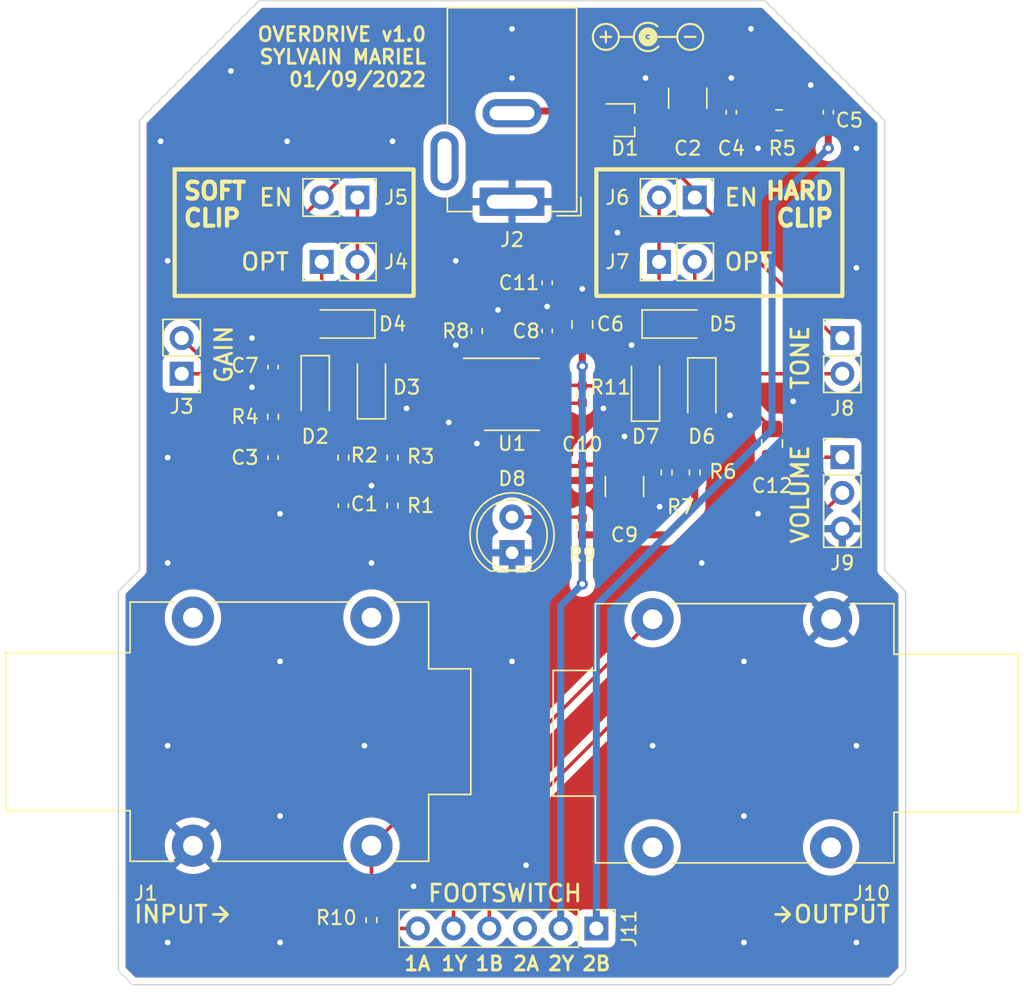
<source format=kicad_pcb>
(kicad_pcb (version 20211014) (generator pcbnew)
  (layers (0 "F.Cu" signal) (31 "B.Cu" signal) (34 "B.Paste" user) (35 "F.Paste" user) (36 "B.SilkS" user "B.Silkscreen") (37 "F.SilkS" user "F.Silkscreen") (38 "B.Mask" user) (39 "F.Mask" user) (44 "Edge.Cuts" user))
  (net 0 "")
  (net 1 "Net-(C1-Pad2)")
  (net 2 "/VCC_D")
  (net 3 "GNDREF")
  (net 4 "Net-(C3-Pad2)")
  (net 5 "VCC")
  (net 6 "Net-(C7-Pad1)")
  (net 7 "Net-(C7-Pad2)")
  (net 8 "VREF")
  (net 9 "Net-(C11-Pad1)")
  (net 10 "Net-(C12-Pad1)")
  (net 11 "Net-(C12-Pad2)")
  (net 13 "Net-(D2-Pad1)")
  (net 14 "Net-(D3-Pad2)")
  (net 15 "Net-(D5-Pad1)")
  (net 16 "Net-(D5-Pad2)")
  (net 17 "Net-(J6-Pad1)")
  (net 18 "Net-(R2-Pad2)")
  (net 19 "/VIN_JACK")
  (net 22 "/VOUT")
  (net 24 "/VOUT_JACK")
  (net 26 "/VOUT_BYPASS")
  (net 27 "/VCC_IN")
  (net 28 "Net-(D8-Pad2)")
  (net 29 "/VCC_SWITCH")
  (net 31 "Net-(U1-Pad6)")
  (footprint "Diode_SMD:D_SOD-123" (layer "F.Cu") (at 66 73 180)
    (fp_text reference "D4" (at -3.5 0) (layer "F.SilkS"))
    (fp_text value "1N4148W")
    (pad "1" smd rect (at -1.65 0 180) (size 0.9 1.2) (layers "F.Cu" "F.Paste" "F.Mask") (net 14 "Net-(D3-Pad2)"))
    (pad "2" smd rect (at 1.65 0 180) (size 0.9 1.2) (layers "F.Cu" "F.Paste" "F.Mask") (net 13 "Net-(D2-Pad1)"))
  )
  (footprint "Connector_PinHeader_2.54mm:PinHeader_1x02_P2.54mm_Vertical" (layer "F.Cu") (at 91 64 -90)
    (fp_text reference "J6" (at 0 5.5 180) (layer "F.SilkS"))
    (fp_text value "Conn_01x02")
    (pad "1" thru_hole rect (at 0 0 270) (size 1.7 1.7) (drill 1) (layers *.Cu *.Mask) (net 17 "Net-(J6-Pad1)"))
    (pad "2" thru_hole oval (at 0 2.54 270) (size 1.7 1.7) (drill 1) (layers *.Cu *.Mask) (net 15 "Net-(D5-Pad1)"))
  )
  (footprint "Resistor_SMD:R_0402_1005Metric_Pad0.72x0.64mm_HandSolder" (layer "F.Cu") (at 91 83.5625 90)
    (fp_text reference "R6" (at 0.0625 2) (layer "F.SilkS"))
    (fp_text value "10k")
    (pad "1" smd roundrect (at -0.5975 0 90) (size 0.715 0.64) (layers "F.Cu" "F.Paste" "F.Mask") (net 5 "VCC"))
    (pad "2" smd roundrect (at 0.5975 0 90) (size 0.715 0.64) (layers "F.Cu" "F.Paste" "F.Mask") (net 8 "VREF"))
  )
  (footprint "Connector_BarrelJack:BarrelJack_GCT_DCJ200-10-A_Horizontal" (layer "F.Cu") (at 78 64.3 180)
    (fp_text reference "J2" (at 0 -2.7) (layer "F.SilkS"))
    (fp_text value "Barrel_Jack_MountingPin" hide)
    (pad "1" thru_hole rect (at 0 0 180) (size 4.6 2) (drill oval 3.6 1) (layers *.Cu *.Mask) (net 3 "GNDREF"))
    (pad "2" thru_hole oval (at 0 6.3 180) (size 4.2 2) (drill oval 3.2 1) (layers *.Cu *.Mask) (net 27 "/VCC_IN"))
    (pad "3" thru_hole oval (at 4.8 2.9 180) (size 2 4.2) (drill oval 1 3.2) (layers *.Cu *.Mask))
  )
  (footprint "Capacitor_SMD:C_1210_3225Metric_Pad1.33x2.70mm_HandSolder" (layer "F.Cu") (at 90.5 56.9375 90)
    (fp_text reference "C2" (at -3.5625 0 180) (layer "F.SilkS"))
    (fp_text value "47uF")
    (pad "1" smd roundrect (at -1.5625 0 90) (size 1.325 2.7) (layers "F.Cu" "F.Paste" "F.Mask") (roundrect_rratio 0.1886792453) (net 2 "/VCC_D"))
    (pad "2" smd roundrect (at 1.5625 0 90) (size 1.325 2.7) (layers "F.Cu" "F.Paste" "F.Mask") (roundrect_rratio 0.1886792453) (net 3 "GNDREF"))
  )
  (footprint "Diode_SMD:D_SOD-123" (layer "F.Cu") (at 64 77.5 -90)
    (fp_text reference "D2" (at 3.5 0 -180) (layer "F.SilkS"))
    (fp_text value "1N4148W")
    (pad "1" smd rect (at -1.65 0 270) (size 0.9 1.2) (layers "F.Cu" "F.Paste" "F.Mask") (net 13 "Net-(D2-Pad1)"))
    (pad "2" smd rect (at 1.65 0 270) (size 0.9 1.2) (layers "F.Cu" "F.Paste" "F.Mask") (net 6 "Net-(C7-Pad1)"))
  )
  (footprint "Resistor_SMD:R_0402_1005Metric_Pad0.72x0.64mm_HandSolder" (layer "F.Cu") (at 69.5 85.92 -90)
    (fp_text reference "R1" (at 0 -2 180) (layer "F.SilkS"))
    (fp_text value "1Meg")
    (pad "1" smd roundrect (at -0.5975 0 270) (size 0.715 0.64) (layers "F.Cu" "F.Paste" "F.Mask") (net 3 "GNDREF"))
    (pad "2" smd roundrect (at 0.5975 0 270) (size 0.715 0.64) (layers "F.Cu" "F.Paste" "F.Mask") (net 19 "/VIN_JACK"))
  )
  (footprint "Resistor_SMD:R_0402_1005Metric_Pad0.72x0.64mm_HandSolder" (layer "F.Cu") (at 89 83.5625 -90)
    (fp_text reference "R7" (at 2.4375 -1 180) (layer "F.SilkS"))
    (fp_text value "10k")
    (pad "1" smd roundrect (at -0.5975 0 270) (size 0.715 0.64) (layers "F.Cu" "F.Paste" "F.Mask") (net 8 "VREF"))
    (pad "2" smd roundrect (at 0.5975 0 270) (size 0.715 0.64) (layers "F.Cu" "F.Paste" "F.Mask") (net 3 "GNDREF"))
  )
  (footprint "Resistor_SMD:R_0402_1005Metric_Pad0.72x0.64mm_HandSolder" (layer "F.Cu") (at 61 79.5975 90)
    (fp_text reference "R4" (at 0 -2 180) (layer "F.SilkS"))
    (fp_text value "1k")
    (pad "1" smd roundrect (at -0.5975 0 90) (size 0.715 0.64) (layers "F.Cu" "F.Paste" "F.Mask") (net 4 "Net-(C3-Pad2)"))
    (pad "2" smd roundrect (at 0.5975 0 90) (size 0.715 0.64) (layers "F.Cu" "F.Paste" "F.Mask") (net 6 "Net-(C7-Pad1)"))
  )
  (footprint "Connector_PinHeader_2.54mm:PinHeader_1x02_P2.54mm_Vertical" (layer "F.Cu") (at 67 64 -90)
    (fp_text reference "J5" (at 0 -2.75 180) (layer "F.SilkS"))
    (fp_text value "Conn_01x02")
    (pad "1" thru_hole rect (at 0 0 270) (size 1.7 1.7) (drill 1) (layers *.Cu *.Mask) (net 14 "Net-(D3-Pad2)"))
    (pad "2" thru_hole oval (at 0 2.54 270) (size 1.7 1.7) (drill 1) (layers *.Cu *.Mask) (net 7 "Net-(C7-Pad2)"))
  )
  (footprint "Connector_PinHeader_2.54mm:PinHeader_1x02_P2.54mm_Vertical" (layer "F.Cu") (at 54.5 76.54 180)
    (fp_text reference "J3" (at 0 -2.33) (layer "F.SilkS"))
    (fp_text value "Conn_01x02")
    (pad "1" thru_hole rect (at 0 0 180) (size 1.7 1.7) (drill 1) (layers *.Cu *.Mask) (net 6 "Net-(C7-Pad1)"))
    (pad "2" thru_hole oval (at 0 2.54 180) (size 1.7 1.7) (drill 1) (layers *.Cu *.Mask) (net 7 "Net-(C7-Pad2)"))
  )
  (footprint "Connector_Audio:Jack_6.35mm_Neutrik_NMJ4HFD2_Horizontal" (layer "F.Cu") (at 68 110.115 180)
    (fp_text reference "J1" (at 17 -3.385) (layer "F.SilkS") (effects (justify left)))
    (fp_text value "NMJ4HFD2")
    (pad "S" thru_hole circle (at 12.7 0 180) (size 3 3) (drill 1.4) (layers *.Cu *.Mask) (net 3 "GNDREF"))
    (pad "SN" thru_hole circle (at 12.7 16.23 180) (size 3 3) (drill 1.4) (layers *.Cu *.Mask))
    (pad "T" thru_hole circle (at 0 0 180) (size 3 3) (drill 1.4) (layers *.Cu *.Mask) (net 19 "/VIN_JACK"))
    (pad "TN" thru_hole circle (at 0 16.23 180) (size 3 3) (drill 1.4) (layers *.Cu *.Mask))
  )
  (footprint "Capacitor_SMD:C_0402_1005Metric_Pad0.74x0.62mm_HandSolder" (layer "F.Cu") (at 61 76.0675 90)
    (fp_text reference "C7" (at 0.115835 -2 180) (layer "F.SilkS"))
    (fp_text value "100pF")
    (pad "1" smd roundrect (at -0.5675 0 90) (size 0.735 0.62) (layers "F.Cu" "F.Paste" "F.Mask") (net 6 "Net-(C7-Pad1)"))
    (pad "2" smd roundrect (at 0.5675 0 90) (size 0.735 0.62) (layers "F.Cu" "F.Paste" "F.Mask") (net 7 "Net-(C7-Pad2)"))
  )
  (footprint "Connector_PinHeader_2.54mm:PinHeader_1x06_P2.54mm_Vertical" (layer "F.Cu") (at 84 116 -90)
    (fp_text reference "J11" (at 0 -2.33 90) (layer "F.SilkS"))
    (fp_text value "Conn_01x06")
    (pad "1" thru_hole rect (at 0 0 270) (size 1.7 1.7) (drill 1) (layers *.Cu *.Mask) (net 29 "/VCC_SWITCH"))
    (pad "2" thru_hole oval (at 0 2.54 270) (size 1.7 1.7) (drill 1) (layers *.Cu *.Mask) (net 5 "VCC"))
    (pad "3" thru_hole oval (at 0 5.08 270) (size 1.7 1.7) (drill 1) (layers *.Cu *.Mask))
    (pad "4" thru_hole oval (at 0 7.62 270) (size 1.7 1.7) (drill 1) (layers *.Cu *.Mask) (net 22 "/VOUT"))
    (pad "5" thru_hole oval (at 0 10.16 270) (size 1.7 1.7) (drill 1) (layers *.Cu *.Mask) (net 24 "/VOUT_JACK"))
    (pad "6" thru_hole oval (at 0 12.7 270) (size 1.7 1.7) (drill 1) (layers *.Cu *.Mask) (net 26 "/VOUT_BYPASS"))
  )
  (footprint "Capacitor_SMD:C_0402_1005Metric_Pad0.74x0.62mm_HandSolder" (layer "F.Cu") (at 66 85.92 90)
    (fp_text reference "C1" (at 0.115835 1.5 180) (layer "F.SilkS"))
    (fp_text value "100nF")
    (pad "1" smd roundrect (at -0.5675 0 90) (size 0.735 0.62) (layers "F.Cu" "F.Paste" "F.Mask") (net 19 "/VIN_JACK"))
    (pad "2" smd roundrect (at 0.5675 0 90) (size 0.735 0.62) (layers "F.Cu" "F.Paste" "F.Mask") (net 1 "Net-(C1-Pad2)"))
  )
  (footprint "Capacitor_SMD:C_0402_1005Metric_Pad0.74x0.62mm_HandSolder" (layer "F.Cu") (at 61 82.5 90)
    (fp_text reference "C3" (at 0 -2) (layer "F.SilkS"))
    (fp_text value "220nF")
    (pad "1" smd roundrect (at -0.5675 0 90) (size 0.735 0.62) (layers "F.Cu" "F.Paste" "F.Mask") (net 3 "GNDREF"))
    (pad "2" smd roundrect (at 0.5675 0 90) (size 0.735 0.62) (layers "F.Cu" "F.Paste" "F.Mask") (net 4 "Net-(C3-Pad2)"))
  )
  (footprint "Diode_SMD:D_SOD-123" (layer "F.Cu") (at 68 77.5 90)
    (fp_text reference "D3" (at 0 2.5 180) (layer "F.SilkS"))
    (fp_text value "1N4148W")
    (pad "1" smd rect (at -1.65 0 90) (size 0.9 1.2) (layers "F.Cu" "F.Paste" "F.Mask") (net 6 "Net-(C7-Pad1)"))
    (pad "2" smd rect (at 1.65 0 90) (size 0.9 1.2) (layers "F.Cu" "F.Paste" "F.Mask") (net 14 "Net-(D3-Pad2)"))
  )
  (footprint "Capacitor_SMD:C_0805_2012Metric_Pad1.18x1.45mm_HandSolder" (layer "F.Cu") (at 96.5 81.5 -90)
    (fp_text reference "C12" (at 3 0 180) (layer "F.SilkS"))
    (fp_text value "10uF")
    (pad "1" smd roundrect (at -1.0375 0 270) (size 1.175 1.45) (layers "F.Cu" "F.Paste" "F.Mask") (roundrect_rratio 0.2127659574) (net 10 "Net-(C12-Pad1)"))
    (pad "2" smd roundrect (at 1.0375 0 270) (size 1.175 1.45) (layers "F.Cu" "F.Paste" "F.Mask") (roundrect_rratio 0.2127659574) (net 11 "Net-(C12-Pad2)"))
  )
  (footprint "Resistor_SMD:R_0402_1005Metric_Pad0.72x0.64mm_HandSolder" (layer "F.Cu") (at 83 78 90)
    (fp_text reference "R11" (at 0.5 2 180) (layer "F.SilkS"))
    (fp_text value "0")
    (pad "1" smd roundrect (at -0.5975 0 90) (size 0.715 0.64) (layers "F.Cu" "F.Paste" "F.Mask") (net 31 "Net-(U1-Pad6)"))
    (pad "2" smd roundrect (at 0.5975 0 90) (size 0.715 0.64) (layers "F.Cu" "F.Paste" "F.Mask") (net 10 "Net-(C12-Pad1)"))
  )
  (footprint "Diode_SMD:D_SOD-123" (layer "F.Cu") (at 87.5 77.66 90)
    (fp_text reference "D7" (at -3.34 0 180) (layer "F.SilkS"))
    (fp_text value "1N4148W")
    (pad "1" smd rect (at -1.65 0 90) (size 0.9 1.2) (layers "F.Cu" "F.Paste" "F.Mask") (net 8 "VREF"))
    (pad "2" smd rect (at 1.65 0 90) (size 0.9 1.2) (layers "F.Cu" "F.Paste" "F.Mask") (net 15 "Net-(D5-Pad1)"))
  )
  (footprint "Resistor_SMD:R_0402_1005Metric_Pad0.72x0.64mm_HandSolder" (layer "F.Cu") (at 66 82.5 90)
    (fp_text reference "R2" (at 0.167621 1.5 180) (layer "F.SilkS"))
    (fp_text value "10k")
    (pad "1" smd roundrect (at -0.5975 0 90) (size 0.715 0.64) (layers "F.Cu" "F.Paste" "F.Mask") (net 1 "Net-(C1-Pad2)"))
    (pad "2" smd roundrect (at 0.5975 0 90) (size 0.715 0.64) (layers "F.Cu" "F.Paste" "F.Mask") (net 18 "Net-(R2-Pad2)"))
  )
  (footprint "Resistor_SMD:R_0805_2012Metric_Pad1.20x1.40mm_HandSolder" (layer "F.Cu") (at 97 58.5)
    (fp_text reference "R5" (at 0.227064 2) (layer "F.SilkS"))
    (fp_text value "0")
    (pad "1" smd roundrect (at -1 0) (size 1.2 1.4) (layers "F.Cu" "F.Paste" "F.Mask") (roundrect_rratio 0.2083333333) (net 2 "/VCC_D"))
    (pad "2" smd roundrect (at 1 0) (size 1.2 1.4) (layers "F.Cu" "F.Paste" "F.Mask") (roundrect_rratio 0.2083333333) (net 29 "/VCC_SWITCH"))
  )
  (footprint "Capacitor_SMD:C_0402_1005Metric_Pad0.74x0.62mm_HandSolder" (layer "F.Cu") (at 80.5 73.5 90)
    (fp_text reference "C8" (at 0 -1.5 180) (layer "F.SilkS"))
    (fp_text value "100nF")
    (pad "1" smd roundrect (at -0.5675 0 90) (size 0.735 0.62) (layers "F.Cu" "F.Paste" "F.Mask") (net 5 "VCC"))
    (pad "2" smd roundrect (at 0.5675 0 90) (size 0.735 0.62) (layers "F.Cu" "F.Paste" "F.Mask") (net 3 "GNDREF"))
  )
  (footprint "Resistor_SMD:R_0402_1005Metric_Pad0.72x0.64mm_HandSolder" (layer "F.Cu") (at 69.5 82.5 90)
    (fp_text reference "R3" (at 0.08 2 180) (layer "F.SilkS"))
    (fp_text value "1Meg")
    (pad "1" smd roundrect (at -0.5975 0 90) (size 0.715 0.64) (layers "F.Cu" "F.Paste" "F.Mask") (net 8 "VREF"))
    (pad "2" smd roundrect (at 0.5975 0 90) (size 0.715 0.64) (layers "F.Cu" "F.Paste" "F.Mask") (net 18 "Net-(R2-Pad2)"))
  )
  (footprint "Connector_PinHeader_2.54mm:PinHeader_1x03_P2.54mm_Vertical" (layer "F.Cu") (at 101.5 82.475)
    (fp_text reference "J9" (at 0 7.525) (layer "F.SilkS"))
    (fp_text value "Conn_01x03")
    (pad "1" thru_hole rect (at 0 0) (size 1.7 1.7) (drill 1) (layers *.Cu *.Mask) (net 11 "Net-(C12-Pad2)"))
    (pad "2" thru_hole oval (at 0 2.54) (size 1.7 1.7) (drill 1) (layers *.Cu *.Mask) (net 22 "/VOUT"))
    (pad "3" thru_hole oval (at 0 5.08) (size 1.7 1.7) (drill 1) (layers *.Cu *.Mask) (net 3 "GNDREF"))
  )
  (footprint "Package_SO:SOIC-8_3.9x4.9mm_P1.27mm" (layer "F.Cu") (at 78 78)
    (fp_text reference "U1" (at 0 3.5) (layer "F.SilkS"))
    (fp_text value "TL082")
    (pad "1" smd roundrect (at -2.475 -1.905) (size 1.95 0.6) (layers "F.Cu" "F.Paste" "F.Mask") (net 7 "Net-(C7-Pad2)"))
    (pad "2" smd roundrect (at -2.475 -0.635) (size 1.95 0.6) (layers "F.Cu" "F.Paste" "F.Mask") (net 6 "Net-(C7-Pad1)"))
    (pad "3" smd roundrect (at -2.475 0.635) (size 1.95 0.6) (layers "F.Cu" "F.Paste" "F.Mask") (net 18 "Net-(R2-Pad2)"))
    (pad "4" smd roundrect (at -2.475 1.905) (size 1.95 0.6) (layers "F.Cu" "F.Paste" "F.Mask") (net 3 "GNDREF"))
    (pad "5" smd roundrect (at 2.475 1.905) (size 1.95 0.6) (layers "F.Cu" "F.Paste" "F.Mask") (net 9 "Net-(C11-Pad1)"))
    (pad "6" smd roundrect (at 2.475 0.635) (size 1.95 0.6) (layers "F.Cu" "F.Paste" "F.Mask") (net 31 "Net-(U1-Pad6)"))
    (pad "7" smd roundrect (at 2.475 -0.635) (size 1.95 0.6) (layers "F.Cu" "F.Paste" "F.Mask") (net 10 "Net-(C12-Pad1)"))
    (pad "8" smd roundrect (at 2.475 -1.905) (size 1.95 0.6) (layers "F.Cu" "F.Paste" "F.Mask") (net 5 "VCC"))
  )
  (footprint "Capacitor_SMD:C_0402_1005Metric_Pad0.74x0.62mm_HandSolder" (layer "F.Cu") (at 93.6 57.9325 90)
    (fp_text reference "C4" (at -2.5675 0 180) (layer "F.SilkS"))
    (fp_text value "100nF")
    (pad "1" smd roundrect (at -0.5675 0 90) (size 0.735 0.62) (layers "F.Cu" "F.Paste" "F.Mask") (net 2 "/VCC_D"))
    (pad "2" smd roundrect (at 0.5675 0 90) (size 0.735 0.62) (layers "F.Cu" "F.Paste" "F.Mask") (net 3 "GNDREF"))
  )
  (footprint "Connector_PinHeader_2.54mm:PinHeader_1x02_P2.54mm_Vertical" (layer "F.Cu") (at 88.46 68.58 90)
    (fp_text reference "J7" (at 0 -2.96 180) (layer "F.SilkS"))
    (fp_text value "Conn_01x02")
    (pad "1" thru_hole rect (at 0 0 90) (size 1.7 1.7) (drill 1) (layers *.Cu *.Mask) (net 15 "Net-(D5-Pad1)"))
    (pad "2" thru_hole oval (at 0 2.54 90) (size 1.7 1.7) (drill 1) (layers *.Cu *.Mask) (net 16 "Net-(D5-Pad2)"))
  )
  (footprint "Package_TO_SOT_SMD:SOT-323_SC-70" (layer "F.Cu") (at 86 58.5)
    (fp_text reference "D1" (at 0.025 2) (layer "F.SilkS"))
    (fp_text value "BAT54W")
    (pad "1" smd rect (at -1 -0.65 270) (size 0.45 0.7) (layers "F.Cu" "F.Paste" "F.Mask") (net 27 "/VCC_IN"))
    (pad "2" smd rect (at -1 0.65 270) (size 0.45 0.7) (layers "F.Cu" "F.Paste" "F.Mask"))
    (pad "3" smd rect (at 1 0 270) (size 0.45 0.7) (layers "F.Cu" "F.Paste" "F.Mask") (net 2 "/VCC_D"))
  )
  (footprint "Connector_Audio:Jack_6.35mm_Neutrik_NMJ4HFD2_Horizontal" (layer "F.Cu") (at 88 94)
    (fp_text reference "J10" (at 17 19.5) (layer "F.SilkS") (effects (justify right)))
    (fp_text value "NMJ4HFD2")
    (pad "S" thru_hole circle (at 12.7 0) (size 3 3) (drill 1.4) (layers *.Cu *.Mask) (net 3 "GNDREF"))
    (pad "SN" thru_hole circle (at 12.7 16.23) (size 3 3) (drill 1.4) (layers *.Cu *.Mask))
    (pad "T" thru_hole circle (at 0 0) (size 3 3) (drill 1.4) (layers *.Cu *.Mask) (net 24 "/VOUT_JACK"))
    (pad "TN" thru_hole circle (at 0 16.23) (size 3 3) (drill 1.4) (layers *.Cu *.Mask))
  )
  (footprint "Resistor_SMD:R_0402_1005Metric_Pad0.72x0.64mm_HandSolder" (layer "F.Cu") (at 75.5 73.5 90)
    (fp_text reference "R8" (at 0 -1.5 180) (layer "F.SilkS"))
    (fp_text value "10k")
    (pad "1" smd roundrect (at -0.5975 0 90) (size 0.715 0.64) (layers "F.Cu" "F.Paste" "F.Mask") (net 7 "Net-(C7-Pad2)"))
    (pad "2" smd roundrect (at 0.5975 0 90) (size 0.715 0.64) (layers "F.Cu" "F.Paste" "F.Mask") (net 17 "Net-(J6-Pad1)"))
  )
  (footprint "Diode_SMD:D_SOD-123" (layer "F.Cu") (at 91.5 77.66 -90)
    (fp_text reference "D6" (at 3.34 0 180) (layer "F.SilkS"))
    (fp_text value "1N4148W")
    (pad "1" smd rect (at -1.65 0 270) (size 0.9 1.2) (layers "F.Cu" "F.Paste" "F.Mask") (net 16 "Net-(D5-Pad2)"))
    (pad "2" smd rect (at 1.65 0 270) (size 0.9 1.2) (layers "F.Cu" "F.Paste" "F.Mask") (net 8 "VREF"))
  )
  (footprint "Diode_SMD:D_SOD-123" (layer "F.Cu") (at 89.5 73)
    (fp_text reference "D5" (at 3.5 0) (layer "F.SilkS"))
    (fp_text value "1N4148W")
    (pad "1" smd rect (at -1.65 0) (size 0.9 1.2) (layers "F.Cu" "F.Paste" "F.Mask") (net 15 "Net-(D5-Pad1)"))
    (pad "2" smd rect (at 1.65 0) (size 0.9 1.2) (layers "F.Cu" "F.Paste" "F.Mask") (net 16 "Net-(D5-Pad2)"))
  )
  (footprint "Connector_PinHeader_2.54mm:PinHeader_1x02_P2.54mm_Vertical" (layer "F.Cu") (at 101.5 74)
    (fp_text reference "J8" (at 0 5) (layer "F.SilkS"))
    (fp_text value "Conn_01x02")
    (pad "1" thru_hole rect (at 0 0) (size 1.7 1.7) (drill 1) (layers *.Cu *.Mask) (net 17 "Net-(J6-Pad1)"))
    (pad "2" thru_hole oval (at 0 2.54) (size 1.7 1.7) (drill 1) (layers *.Cu *.Mask) (net 9 "Net-(C11-Pad1)"))
  )
  (footprint "Resistor_SMD:R_0402_1005Metric_Pad0.72x0.64mm_HandSolder" (layer "F.Cu") (at 68 115.4025 -90)
    (fp_text reference "R10" (at -0.167621 2.5 180) (layer "F.SilkS"))
    (fp_text value "0")
    (pad "1" smd roundrect (at -0.5975 0 270) (size 0.715 0.64) (layers "F.Cu" "F.Paste" "F.Mask") (net 19 "/VIN_JACK"))
    (pad "2" smd roundrect (at 0.5975 0 270) (size 0.715 0.64) (layers "F.Cu" "F.Paste" "F.Mask") (net 26 "/VOUT_BYPASS"))
  )
  (footprint "Symbol:Symbol_Barrel_Polarity" (layer "F.Cu") (at 87.675 52.5)
    (fp_text reference "REF**" hide)
    (fp_text value "Symbol_Barrel_Polarity" hide)
  )
  (footprint "LED_THT:LED_D5.0mm" (layer "F.Cu") (at 78 89.275 90)
    (fp_text reference "D8" (at 5.275 0) (layer "F.SilkS"))
    (fp_text value "LED")
    (pad "1" thru_hole rect (at 0 0 90) (size 1.8 1.8) (drill 0.9) (layers *.Cu *.Mask) (net 3 "GNDREF"))
    (pad "2" thru_hole circle (at 2.54 0 90) (size 1.8 1.8) (drill 0.9) (layers *.Cu *.Mask) (net 28 "Net-(D8-Pad2)"))
  )
  (footprint "Capacitor_SMD:C_0402_1005Metric_Pad0.74x0.62mm_HandSolder" (layer "F.Cu") (at 80.5 70.0675 -90)
    (fp_text reference "C11" (at 0 2 180) (layer "F.SilkS"))
    (fp_text value "1nF")
    (pad "1" smd roundrect (at -0.5675 0 270) (size 0.735 0.62) (layers "F.Cu" "F.Paste" "F.Mask") (net 9 "Net-(C11-Pad1)"))
    (pad "2" smd roundrect (at 0.5675 0 270) (size 0.735 0.62) (layers "F.Cu" "F.Paste" "F.Mask") (net 3 "GNDREF"))
  )
  (footprint "Capacitor_SMD:C_1210_3225Metric_Pad1.33x2.70mm_HandSolder" (layer "F.Cu") (at 86 84.5625 -90)
    (fp_text reference "C9" (at 3.4375 0) (layer "F.SilkS"))
    (fp_text value "47uF")
    (pad "1" smd roundrect (at -1.5625 0 270) (size 1.325 2.7) (layers "F.Cu" "F.Paste" "F.Mask") (roundrect_rratio 0.1886792453) (net 8 "VREF"))
    (pad "2" smd roundrect (at 1.5625 0 270) (size 1.325 2.7) (layers "F.Cu" "F.Paste" "F.Mask") (roundrect_rratio 0.1886792453) (net 3 "GNDREF"))
  )
  (footprint "Capacitor_SMD:C_0805_2012Metric_Pad1.18x1.45mm_HandSolder" (layer "F.Cu") (at 83 73.0375 90)
    (fp_text reference "C6" (at 0.0375 2 180) (layer "F.SilkS"))
    (fp_text value "10uF")
    (pad "1" smd roundrect (at -1.0375 0 90) (size 1.175 1.45) (layers "F.Cu" "F.Paste" "F.Mask") (roundrect_rratio 0.2127659574) (net 5 "VCC"))
    (pad "2" smd roundrect (at 1.0375 0 90) (size 1.175 1.45) (layers "F.Cu" "F.Paste" "F.Mask") (roundrect_rratio 0.2127659574) (net 3 "GNDREF"))
  )
  (footprint "Capacitor_SMD:C_0402_1005Metric_Pad0.74x0.62mm_HandSolder" (layer "F.Cu") (at 100.5 57.9325 90)
    (fp_text reference "C5" (at -0.5675 1.5 180) (layer "F.SilkS"))
    (fp_text value "100nF")
    (pad "1" smd roundrect (at -0.5675 0 90) (size 0.735 0.62) (layers "F.Cu" "F.Paste" "F.Mask") (net 29 "/VCC_SWITCH"))
    (pad "2" smd roundrect (at 0.5675 0 90) (size 0.735 0.62) (layers "F.Cu" "F.Paste" "F.Mask") (net 3 "GNDREF"))
  )
  (footprint "Capacitor_SMD:C_0402_1005Metric_Pad0.74x0.62mm_HandSolder" (layer "F.Cu") (at 83 83.5625 -90)
    (fp_text reference "C10" (at -2 0 180) (layer "F.SilkS"))
    (fp_text value "100nF")
    (pad "1" smd roundrect (at -0.5675 0 270) (size 0.735 0.62) (layers "F.Cu" "F.Paste" "F.Mask") (net 8 "VREF"))
    (pad "2" smd roundrect (at 0.5675 0 270) (size 0.735 0.62) (layers "F.Cu" "F.Paste" "F.Mask") (net 3 "GNDREF"))
  )
  (footprint "Connector_PinHeader_2.54mm:PinHeader_1x02_P2.54mm_Vertical" (layer "F.Cu") (at 64.46 68.58 90)
    (fp_text reference "J4" (at 0 5.29) (layer "F.SilkS"))
    (fp_text value "Conn_01x02")
    (pad "1" thru_hole rect (at 0 0 90) (size 1.7 1.7) (drill 1) (layers *.Cu *.Mask) (net 13 "Net-(D2-Pad1)"))
    (pad "2" thru_hole oval (at 0 2.54 90) (size 1.7 1.7) (drill 1) (layers *.Cu *.Mask) (net 14 "Net-(D3-Pad2)"))
  )
  (footprint "Resistor_SMD:R_0402_1005Metric_Pad0.72x0.64mm_HandSolder" (layer "F.Cu") (at 83 87.4025 90)
    (fp_text reference "R9" (at -2 0 180) (layer "F.SilkS"))
    (fp_text value "5k")
    (pad "1" smd roundrect (at -0.5975 0 90) (size 0.715 0.64) (layers "F.Cu" "F.Paste" "F.Mask") (net 5 "VCC"))
    (pad "2" smd roundrect (at 0.5975 0 90) (size 0.715 0.64) (layers "F.Cu" "F.Paste" "F.Mask") (net 28 "Net-(D8-Pad2)"))
  )
  (gr_line (start 96.75 115) (end 97.75 115) (layer "F.SilkS") (width 0.2))
  (gr_line (start 57.25 115.5) (end 57.75 115) (layer "F.SilkS") (width 0.2))
  (gr_line (start 57.75 115) (end 57.25 114.5) (layer "F.SilkS") (width 0.15))
  (gr_line (start 97.75 115) (end 97.25 114.5) (layer "F.SilkS") (width 0.15))
  (gr_line (start 57.25 114.5) (end 57.75 115) (layer "F.SilkS") (width 0.2))
  (gr_rect (start 84 62) (end 101.5 71) (layer "F.SilkS") (width 0.3) (fill none))
  (gr_line (start 56.75 115) (end 57.75 115) (layer "F.SilkS") (width 0.2))
  (gr_line (start 97.25 114.5) (end 97.75 115) (layer "F.SilkS") (width 0.2))
  (gr_rect (start 54 62) (end 71 71) (layer "F.SilkS") (width 0.3) (fill none))
  (gr_line (start 97.25 115.5) (end 97.75 115) (layer "F.SilkS") (width 0.2))
  (gr_poly (pts (xy 104.5 58.5) (xy 104.5 70.5) (xy 104.5 72) (xy 104.5 90.5) (xy 106 92) (xy 106 119) (xy 105 120) (xy 104.5 120) (xy 51 120) (xy 50 119) (xy 50 92) (xy 51.5 90.5) (xy 51.5 72) (xy 51.5 70.5) (xy 51.5 58.5) (xy 60 50) (xy 96 50)) (layer "Edge.Cuts") (width 0.1) (fill none))
  (gr_text "OPT" (at 93 68.58) (layer "F.SilkS") (effects (font (size 1.2 1.2) (thickness 0.2)) (justify left)))
  (gr_text "2A" (at 79 118.5) (layer "F.SilkS") (effects (font (size 1 1) (thickness 0.2))))
  (gr_text "EN" (at 62.5 64) (layer "F.SilkS") (effects (font (size 1.2 1.2) (thickness 0.2)) (justify right)))
  (gr_text "2Y" (at 81.5 118.5) (layer "F.SilkS") (effects (font (size 1 1) (thickness 0.2))))
  (gr_text "SOFT\nCLIP" (at 54.5 64.5) (layer "F.SilkS") (effects (font (size 1.2 1.2) (thickness 0.3)) (justify left)))
  (gr_text "EN" (at 93 64) (layer "F.SilkS") (effects (font (size 1.2 1.2) (thickness 0.2)) (justify left)))
  (gr_text "1A" (at 71.267 118.5) (layer "F.SilkS") (effects (font (size 1 1) (thickness 0.2))))
  (gr_text "2B" (at 84 118.5) (layer "F.SilkS") (effects (font (size 1 1) (thickness 0.2))))
  (gr_text "VOLUME" (at 98.5 81.5 90) (layer "F.SilkS") (effects (font (size 1.2 1.2) (thickness 0.2)) (justify right)))
  (gr_text "FOOTSWITCH" (at 77.5 113.5) (layer "F.SilkS") (effects (font (size 1.2 1.2) (thickness 0.2))))
  (gr_text "TONE" (at 98.5 73 90) (layer "F.SilkS") (effects (font (size 1.2 1.2) (thickness 0.2)) (justify right)))
  (gr_text "HARD\nCLIP" (at 101 64.5) (layer "F.SilkS") (effects (font (size 1.2 1.2) (thickness 0.3)) (justify right)))
  (gr_text "OPT" (at 62.25 68.58) (layer "F.SilkS") (effects (font (size 1.2 1.2) (thickness 0.2)) (justify right)))
  (gr_text "OUTPUT" (at 105 115) (layer "F.SilkS") (effects (font (size 1.2 1.2) (thickness 0.2)) (justify right)))
  (gr_text "GAIN" (at 57.5 73 90) (layer "F.SilkS") (effects (font (size 1.2 1.2) (thickness 0.2)) (justify right)))
  (gr_text "1B" (at 76.4 118.5) (layer "F.SilkS") (effects (font (size 1 1) (thickness 0.2))))
  (gr_text "OVERDRIVE v1.0\nSYLVAIN MARIEL\n01/09/2022" (at 72 54) (layer "F.SilkS") (effects (font (size 1 1) (thickness 0.2)) (justify right)))
  (gr_text "-" (at 90.675 52.5) (layer "F.SilkS") (effects (font (size 1 1))))
  (gr_text "INPUT" (at 51 115) (layer "F.SilkS") (effects (font (size 1.2 1.2) (thickness 0.2)) (justify left)))
  (gr_text "1Y" (at 73.9 118.5) (layer "F.SilkS") (effects (font (size 1 1) (thickness 0.2))))
  (gr_text "+" (at 84.675 52.5) (layer "F.SilkS") (effects (font (size 1 1))))
  (segment (start 66 83.0975) (end 66 85.3525) (width 0.25) (layer "F.Cu") (net 1))
  (segment (start 93.6 58.5) (end 96 58.5) (width 0.5) (layer "F.Cu") (net 2))
  (segment (start 90.5 58.5) (end 93.6 58.5) (width 0.5) (layer "F.Cu") (net 2))
  (segment (start 87 58.5) (end 90.5 58.5) (width 0.5) (layer "F.Cu") (net 2))
  (via (at 88 103) (size 0.8) (drill 0.4) (layers "F.Cu" "B.Cu") (net 3))
  (via (at 75.5 81.5) (size 0.8) (drill 0.4) (layers "F.Cu" "B.Cu") (net 3))
  (via (at 61.5 97) (size 0.8) (drill 0.4) (layers "F.Cu" "B.Cu") (net 3))
  (via (at 61.5 86.5) (size 0.8) (drill 0.4) (layers "F.Cu" "B.Cu") (net 3))
  (via (at 67.5 103) (size 0.8) (drill 0.4) (layers "F.Cu" "B.Cu") (net 3))
  (via (at 99.25 56) (size 0.8) (drill 0.4) (layers "F.Cu" "B.Cu") (net 3))
  (via (at 95.5 60.5) (size 0.8) (drill 0.4) (layers "F.Cu" "B.Cu") (net 3))
  (via (at 91.5 90) (size 0.8) (drill 0.4) (layers "F.Cu" "B.Cu") (net 3))
  (via (at 95 52) (size 0.8) (drill 0.4) (layers "F.Cu" "B.Cu") (net 3))
  (via (at 61.5 108) (size 0.8) (drill 0.4) (layers "F.Cu" "B.Cu") (net 3))
  (via (at 59.5 77.5) (size 0.8) (drill 0.4) (layers "F.Cu" "B.Cu") (net 3))
  (via (at 53.5 68.5) (size 0.8) (drill 0.4) (layers "F.Cu" "B.Cu") (net 3))
  (via (at 53.5 103) (size 0.8) (drill 0.4) (layers "F.Cu" "B.Cu") (net 3))
  (via (at 69.5 60) (size 0.8) (drill 0.4) (layers "F.Cu" "B.Cu") (net 3))
  (via (at 53.5 117) (size 0.8) (drill 0.4) (layers "F.Cu" "B.Cu") (net 3))
  (via (at 93.5 79.5) (size 0.8) (drill 0.4) (layers "F.Cu" "B.Cu") (net 3))
  (via (at 102.5 117) (size 0.8) (drill 0.4) (layers "F.Cu" "B.Cu") (net 3))
  (via (at 77 72) (size 0.8) (drill 0.4) (layers "F.Cu" "B.Cu") (net 3))
  (via (at 61.5 117) (size 0.8) (drill 0.4) (layers "F.Cu" "B.Cu") (net 3))
  (via (at 95.5 86.5) (size 0.8) (drill 0.4) (layers "F.Cu" "B.Cu") (net 3))
  (via (at 84.5 79) (size 0.8) (drill 0.4) (layers "F.Cu" "B.Cu") (net 3))
  (via (at 94.5 97) (size 0.8) (drill 0.4) (layers "F.Cu" "B.Cu") (net 3))
  (via (at 86.5 74.5) (size 0.8) (drill 0.4) (layers "F.Cu" "B.Cu") (net 3))
  (via (at 98 78.5) (size 0.8) (drill 0.4) (layers "F.Cu" "B.Cu") (net 3))
  (via (at 62 60) (size 0.8) (drill 0.4) (layers "F.Cu" "B.Cu") (net 3))
  (via (at 86 81) (size 0.8) (drill 0.4) (layers "F.Cu" "B.Cu") (net 3))
  (via (at 80.5 71.755) (size 0.8) (drill 0.4) (layers "F.Cu" "B.Cu") (net 3))
  (via (at 78 97) (size 0.8) (drill 0.4) (layers "F.Cu" "B.Cu") (net 3))
  (via (at 83 70.5) (size 0.8) (drill 0.4) (layers "F.Cu" "B.Cu") (net 3))
  (via (at 58 55) (size 0.8) (drill 0.4) (layers "F.Cu" "B.Cu") (net 3))
  (via (at 85.5 66.5) (size 0.8) (drill 0.4) (layers "F.Cu" "B.Cu") (net 3))
  (via (at 78 52) (size 0.8) (drill 0.4) (layers "F.Cu" "B.Cu") (net 3))
  (via (at 102.5 103) (size 0.8) (drill 0.4) (layers "F.Cu" "B.Cu") (net 3))
  (via (at 68 90) (size 0.8) (drill 0.4) (layers "F.Cu" "B.Cu") (net 3))
  (via (at 73.5 80) (size 0.8) (drill 0.4) (layers "F.Cu" "B.Cu") (net 3))
  (via (at 71 113) (size 0.8) (drill 0.4) (layers "F.Cu" "B.Cu") (net 3))
  (via (at 102.5 69) (size 0.8) (drill 0.4) (layers "F.Cu" "B.Cu") (net 3))
  (via (at 59.5 74) (size 0.8) (drill 0.4) (layers "F.Cu" "B.Cu") (net 3))
  (via (at 70.5 79) (size 0.8) (drill 0.4) (layers "F.Cu" "B.Cu") (net 3))
  (via (at 93.6 55.5) (size 0.8) (drill 0.4) (layers "F.Cu" "B.Cu") (net 3))
  (via (at 102.5 60.5) (size 0.8) (drill 0.4) (layers "F.Cu" "B.Cu") (net 3))
  (via (at 88.5 86) (size 0.8) (drill 0.4) (layers "F.Cu" "B.Cu") (net 3))
  (via (at 53.5 82.5) (size 0.8) (drill 0.4) (layers "F.Cu" "B.Cu") (net 3))
  (via (at 79 111.5) (size 0.8) (drill 0.4) (layers "F.Cu" "B.Cu") (net 3))
  (via (at 78 55.5) (size 0.8) (drill 0.4) (layers "F.Cu" "B.Cu") (net 3))
  (via (at 53 60) (size 0.8) (drill 0.4) (layers "F.Cu" "B.Cu") (net 3))
  (via (at 94.5 117) (size 0.8) (drill 0.4) (layers "F.Cu" "B.Cu") (net 3))
  (via (at 74 74.5) (size 0.8) (drill 0.4) (layers "F.Cu" "B.Cu") (net 3))
  (via (at 74 68.5) (size 0.8) (drill 0.4) (layers "F.Cu" "B.Cu") (net 3))
  (via (at 68 84.5) (size 0.8) (drill 0.4) (layers "F.Cu" "B.Cu") (net 3))
  (via (at 94.5 108) (size 0.8) (drill 0.4) (layers "F.Cu" "B.Cu") (net 3))
  (via (at 53.5 90) (size 0.8) (drill 0.4) (layers "F.Cu" "B.Cu") (net 3))
  (via (at 87.5 55.5) (size 0.8) (drill 0.4) (layers "F.Cu" "B.Cu") (net 3))
  (segment (start 61 80.195) (end 61 81.9325) (width 0.25) (layer "F.Cu") (net 4))
  (segment (start 89 88) (end 91 86) (width 0.5) (layer "F.Cu") (net 5))
  (segment (start 83 74.075) (end 80.5075 74.075) (width 0.5) (layer "F.Cu") (net 5))
  (segment (start 91 86) (end 91 84.16) (width 0.5) (layer "F.Cu") (net 5))
  (segment (start 80.5075 74.075) (end 80.5 74.0675) (width 0.5) (layer "F.Cu") (net 5))
  (segment (start 83 88) (end 83 91.5) (width 0.5) (layer "F.Cu") (net 5))
  (segment (start 80.5 74.0675) (end 80.5 76.07) (width 0.5) (layer "F.Cu") (net 5))
  (segment (start 80.5 76.07) (end 80.475 76.095) (width 0.5) (layer "F.Cu") (net 5))
  (segment (start 83 88) (end 89 88) (width 0.5) (layer "F.Cu") (net 5))
  (segment (start 83 76) (end 83 74.075) (width 0.5) (layer "F.Cu") (net 5))
  (via (at 83 91.5) (size 0.8) (drill 0.4) (layers "F.Cu" "B.Cu") (net 5))
  (via (at 83 76) (size 0.8) (drill 0.4) (layers "F.Cu" "B.Cu") (net 5))
  (segment (start 83 91.5) (end 81.46 93.04) (width 0.5) (layer "B.Cu") (net 5))
  (segment (start 81.46 93.04) (end 81.46 116) (width 0.5) (layer "B.Cu") (net 5))
  (segment (start 83 91.5) (end 83 76) (width 0.5) (layer "B.Cu") (net 5))
  (segment (start 60.905 76.54) (end 54.5 76.54) (width 0.25) (layer "F.Cu") (net 6))
  (segment (start 75.525 77.365) (end 69.785 77.365) (width 0.25) (layer "F.Cu") (net 6))
  (segment (start 64 79.15) (end 61.15 79.15) (width 0.25) (layer "F.Cu") (net 6))
  (segment (start 68 79.15) (end 64 79.15) (width 0.25) (layer "F.Cu") (net 6))
  (segment (start 61 76.635) (end 60.905 76.54) (width 0.25) (layer "F.Cu") (net 6))
  (segment (start 61 76.635) (end 61 79) (width 0.25) (layer "F.Cu") (net 6))
  (segment (start 61.15 79.15) (end 61 79) (width 0.25) (layer "F.Cu") (net 6))
  (segment (start 69.785 77.365) (end 68 79.15) (width 0.25) (layer "F.Cu") (net 6))
  (segment (start 68.5 62.5) (end 70.5 64.5) (width 0.25) (layer "F.Cu") (net 7))
  (segment (start 64.46 64) (end 65.96 62.5) (width 0.25) (layer "F.Cu") (net 7))
  (segment (start 70.5 73) (end 73.595 76.095) (width 0.25) (layer "F.Cu") (net 7))
  (segment (start 75.5 74.0975) (end 75.5 76.07) (width 0.25) (layer "F.Cu") (net 7))
  (segment (start 56 75.5) (end 54.5 74) (width 0.25) (layer "F.Cu") (net 7))
  (segment (start 61 75.5) (end 56 75.5) (width 0.25) (layer "F.Cu") (net 7))
  (segment (start 64.46 64) (end 61 67.46) (width 0.25) (layer "F.Cu") (net 7))
  (segment (start 70.5 64.5) (end 70.5 73) (width 0.25) (layer "F.Cu") (net 7))
  (segment (start 65.96 62.5) (end 68.5 62.5) (width 0.25) (layer "F.Cu") (net 7))
  (segment (start 61 67.46) (end 61 75.5) (width 0.25) (layer "F.Cu") (net 7))
  (segment (start 73.595 76.095) (end 75.525 76.095) (width 0.25) (layer "F.Cu") (net 7))
  (segment (start 86 83) (end 88.965 83) (width 0.3) (layer "F.Cu") (net 8))
  (segment (start 83 82.995) (end 85.995 82.995) (width 0.3) (layer "F.Cu") (net 8))
  (segment (start 69.5 83.0975) (end 82.8975 83.0975) (width 0.3) (layer "F.Cu") (net 8))
  (segment (start 91.5 79.31) (end 87.5 79.31) (width 0.3) (layer "F.Cu") (net 8))
  (segment (start 83 82.995) (end 83 82) (width 0.3) (layer "F.Cu") (net 8))
  (segment (start 89 82.965) (end 91 82.965) (width 0.3) (layer "F.Cu") (net 8))
  (segment (start 85.69 79.31) (end 87.5 79.31) (width 0.3) (layer "F.Cu") (net 8))
  (segment (start 83 82) (end 85.69 79.31) (width 0.3) (layer "F.Cu") (net 8))
  (segment (start 85 71) (end 85 76) (width 0.25) (layer "F.Cu") (net 9))
  (segment (start 78.5 79.25) (end 79.155 79.905) (width 0.25) (layer "F.Cu") (net 9))
  (segment (start 86 77) (end 94 77) (width 0.25) (layer "F.Cu") (net 9))
  (segment (start 83.5 69.5) (end 85 71) (width 0.25) (layer "F.Cu") (net 9))
  (segment (start 94.46 76.54) (end 101.5 76.54) (width 0.25) (layer "F.Cu") (net 9))
  (segment (start 80.5 69.5) (end 78.5 71.5) (width 0.25) (layer "F.Cu") (net 9))
  (segment (start 79.155 79.905) (end 80.475 79.905) (width 0.25) (layer "F.Cu") (net 9))
  (segment (start 85 76) (end 86 77) (width 0.25) (layer "F.Cu") (net 9))
  (segment (start 94 77) (end 94.46 76.54) (width 0.25) (layer "F.Cu") (net 9))
  (segment (start 80.5 69.5) (end 83.5 69.5) (width 0.25) (layer "F.Cu") (net 9))
  (segment (start 78.5 71.5) (end 78.5 79.25) (width 0.25) (layer "F.Cu") (net 9))
  (segment (start 85.5 78) (end 84.9025 77.4025) (width 0.25) (layer "F.Cu") (net 10))
  (segment (start 96.5 80.4625) (end 94.0375 78) (width 0.25) (layer "F.Cu") (net 10))
  (segment (start 84.9025 77.4025) (end 83 77.4025) (width 0.25) (layer "F.Cu") (net 10))
  (segment (start 94.0375 78) (end 85.5 78) (width 0.25) (layer "F.Cu") (net 10))
  (segment (start 80.475 77.365) (end 82.9625 77.365) (width 0.25) (layer "F.Cu") (net 10))
  (segment (start 82.9625 77.365) (end 83 77.4025) (width 0.25) (layer "F.Cu") (net 10))
  (segment (start 96.5625 82.475) (end 101.5 82.475) (width 0.25) (layer "F.Cu") (net 11))
  (segment (start 96.5 82.5375) (end 96.5625 82.475) (width 0.25) (layer "F.Cu") (net 11))
  (segment (start 64.46 68.58) (end 64.46 72.89) (width 0.25) (layer "F.Cu") (net 13))
  (segment (start 64.35 75.5) (end 64 75.85) (width 0.25) (layer "F.Cu") (net 13))
  (segment (start 64.35 73) (end 64.35 75.5) (width 0.25) (layer "F.Cu") (net 13))
  (segment (start 67 68.58) (end 67 64) (width 0.25) (layer "F.Cu") (net 14))
  (segment (start 67.65 75.5) (end 68 75.85) (width 0.25) (layer "F.Cu") (net 14))
  (segment (start 67 72.35) (end 67.65 73) (width 0.25) (layer "F.Cu") (net 14))
  (segment (start 67 68.58) (end 67 72.35) (width 0.25) (layer "F.Cu") (net 14))
  (segment (start 67.65 73) (end 67.65 75.5) (width 0.25) (layer "F.Cu") (net 14))
  (segment (start 87.85 75.66) (end 87.5 76.01) (width 0.25) (layer "F.Cu") (net 15))
  (segment (start 88.46 68.58) (end 88.46 72.39) (width 0.25) (layer "F.Cu") (net 15))
  (segment (start 88.46 64) (end 88.46 68.58) (width 0.25) (layer "F.Cu") (net 15))
  (segment (start 88.46 72.39) (end 87.85 73) (width 0.25) (layer "F.Cu") (net 15))
  (segment (start 87.85 73) (end 87.85 75.66) (width 0.25) (layer "F.Cu") (net 15))
  (segment (start 91 68.58) (end 91 72.85) (width 0.25) (layer "F.Cu") (net 16))
  (segment (start 91.15 73) (end 91.15 75.66) (width 0.25) (layer "F.Cu") (net 16))
  (segment (start 91.15 75.66) (end 91.5 76.01) (width 0.25) (layer "F.Cu") (net 16))
  (segment (start 75.5 72.9025) (end 75.5 71.5) (width 0.25) (layer "F.Cu") (net 17))
  (segment (start 90 62.5) (end 84.5 62.5) (width 0.25) (layer "F.Cu") (net 17))
  (segment (start 91 64) (end 101 74) (width 0.25) (layer "F.Cu") (net 17))
  (segment (start 101 74) (end 101.5 74) (width 0.25) (layer "F.Cu") (net 17))
  (segment (start 91 63.5) (end 90 62.5) (width 0.25) (layer "F.Cu") (net 17))
  (segment (start 75.5 71.5) (end 84.5 62.5) (width 0.25) (layer "F.Cu") (net 17))
  (segment (start 69.5 81.9025) (end 66 81.9025) (width 0.25) (layer "F.Cu") (net 18))
  (segment (start 69.5 81.9025) (end 72.7675 78.635) (width 0.25) (layer "F.Cu") (net 18))
  (segment (start 72.7675 78.635) (end 75.525 78.635) (width 0.25) (layer "F.Cu") (net 18))
  (segment (start 71 107.115) (end 71 88) (width 0.25) (layer "F.Cu") (net 19))
  (segment (start 68 110.115) (end 71 107.115) (width 0.25) (layer "F.Cu") (net 19))
  (segment (start 68 114.805) (end 68 110.115) (width 0.25) (layer "F.Cu") (net 19))
  (segment (start 66 86.4875) (end 69.47 86.4875) (width 0.25) (layer "F.Cu") (net 19))
  (segment (start 71 88) (end 69.5175 86.5175) (width 0.25) (layer "F.Cu") (net 19))
  (segment (start 101.5 85.015) (end 76.38 110.135) (width 0.25) (layer "F.Cu") (net 22))
  (segment (start 102 85.015) (end 100.985 85.015) (width 0.25) (layer "F.Cu") (net 22))
  (segment (start 76.38 110.135) (end 76.38 110.38) (width 0.25) (layer "F.Cu") (net 22))
  (segment (start 76.38 110.38) (end 76.38 116) (width 0.25) (layer "F.Cu") (net 22))
  (segment (start 73.84 108.16) (end 73.84 116) (width 0.25) (layer "F.Cu") (net 24))
  (segment (start 88 94) (end 73.84 108.16) (width 0.25) (layer "F.Cu") (net 24))
  (segment (start 68 116) (end 71.3 116) (width 0.25) (layer "F.Cu") (net 26))
  (segment (start 85 57.85) (end 78.15 57.85) (width 0.5) (layer "F.Cu") (net 27))
  (segment (start 78.15 57.85) (end 78 58) (width 0.5) (layer "F.Cu") (net 27))
  (segment (start 82.93 86.735) (end 78 86.735) (width 0.25) (layer "F.Cu") (net 28))
  (segment (start 98 58.5) (end 100.5 58.5) (width 0.5) (layer "F.Cu") (net 29))
  (segment (start 100.5 58.5) (end 100.5 60.5) (width 0.5) (layer "F.Cu") (net 29))
  (via (at 100.5 60.5) (size 0.8) (drill 0.4) (layers "F.Cu" "B.Cu") (net 29))
  (segment (start 84 93) (end 84 116) (width 0.5) (layer "B.Cu") (net 29))
  (segment (start 100.5 60.5) (end 96.5 64.5) (width 0.5) (layer "B.Cu") (net 29))
  (segment (start 96.5 80.5) (end 84 93) (width 0.5) (layer "B.Cu") (net 29))
  (segment (start 96.5 64.5) (end 96.5 80.5) (width 0.5) (layer "B.Cu") (net 29))
  (segment (start 82.9625 78.635) (end 83 78.5975) (width 0.25) (layer "F.Cu") (net 31))
  (segment (start 80.475 78.635) (end 82.9625 78.635) (width 0.25) (layer "F.Cu") (net 31))
  (zone (net 3) (net_name "GNDREF") (layer "F.Cu") (connect_pads (clearance 0.508)) (min_thickness 0.254) (fill yes (thermal_gap 0.508) (thermal_bridge_width 0.508))
    (polygon (pts (xy 106 120) (xy 50 120) (xy 50 50) (xy 106 50)))
  )
  (zone (net 3) (net_name "GNDREF") (layer "B.Cu") (connect_pads (clearance 0.508)) (min_thickness 0.254) (fill yes (thermal_gap 0.508) (thermal_bridge_width 0.508))
    (polygon (pts (xy 106 120) (xy 50 120) (xy 50 50) (xy 106 50)))
  )
)
</source>
